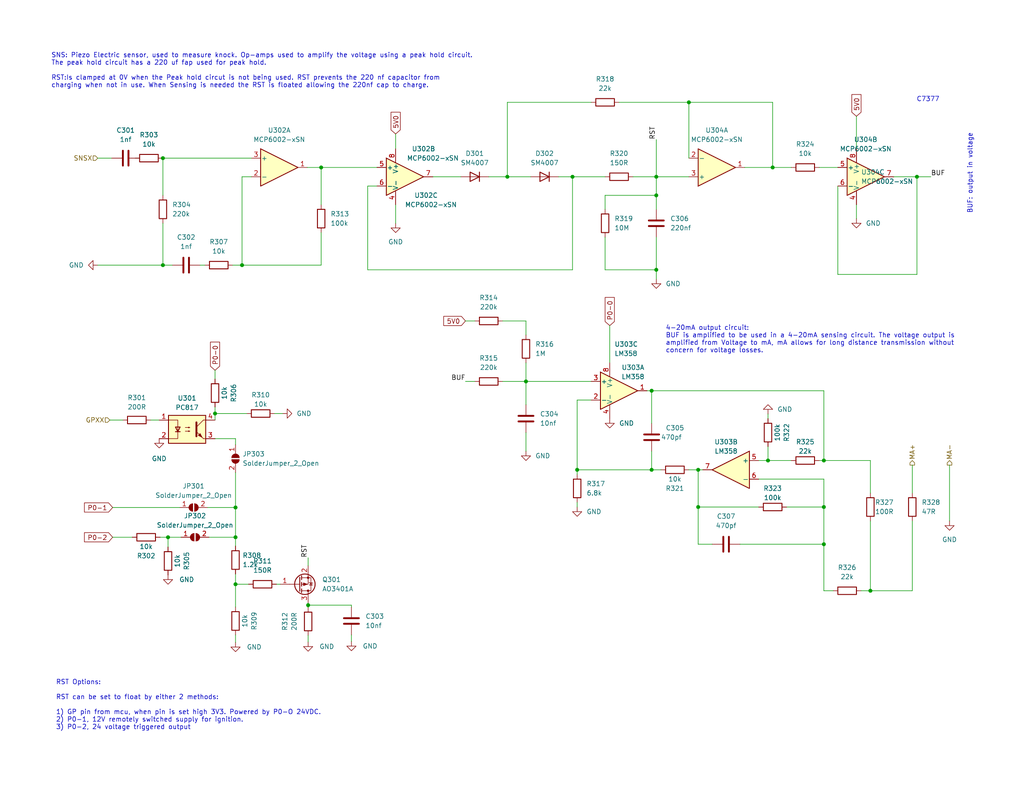
<source format=kicad_sch>
(kicad_sch (version 20211123) (generator eeschema)
  (paper "USLetter")
  (lib_symbols
    (symbol "Amplifier_Operational:LM358" (pin_names (offset 0.127))
      (property "Reference" "U" (at 0 5.08 0))
      (property "Value" "LM358" (at 0 -5.08 0))
      (symbol "LM358_1_1"
        (polyline (pts (xy -5.08 5.08) (xy 5.08 0) (xy -5.08 -5.08) (xy -5.08 5.08)) (stroke (width 0.254)) (fill (type background)))
        (pin output line (at 7.62 0 180) (length 2.54) (name "~") (number "1"))
        (pin input line (at -7.62 -2.54 0) (length 2.54) (name "-") (number "2"))
        (pin input line (at -7.62 2.54 0) (length 2.54) (name "+") (number "3"))
      )
      (symbol "LM358_2_1"
        (polyline (pts (xy -5.08 5.08) (xy 5.08 0) (xy -5.08 -5.08) (xy -5.08 5.08)) (stroke (width 0.254)) (fill (type background)))
        (pin input line (at -7.62 2.54 0) (length 2.54) (name "+") (number "5"))
        (pin input line (at -7.62 -2.54 0) (length 2.54) (name "-") (number "6"))
        (pin output line (at 7.62 0 180) (length 2.54) (name "~") (number "7"))
      )
      (symbol "LM358_3_1"
        (pin power_in line (at -2.54 -7.62 90) (length 3.81) (name "V-") (number "4"))
        (pin power_in line (at -2.54 7.62 270) (length 3.81) (name "V+") (number "8"))
      )
    )
    (symbol "Amplifier_Operational:MCP6002-xSN" (pin_names (offset 0.127))
      (property "Reference" "U" (at 0 5.08 0))
      (property "Value" "MCP6002-xSN" (at 0 -5.08 0))
      (symbol "MCP6002-xSN_1_1"
        (polyline (pts (xy -5.08 5.08) (xy 5.08 0) (xy -5.08 -5.08) (xy -5.08 5.08)) (stroke (width 0.254)) (fill (type background)))
        (pin output line (at 7.62 0 180) (length 2.54) (name "~") (number "1"))
        (pin input line (at -7.62 -2.54 0) (length 2.54) (name "-") (number "2"))
        (pin input line (at -7.62 2.54 0) (length 2.54) (name "+") (number "3"))
      )
      (symbol "MCP6002-xSN_2_1"
        (polyline (pts (xy -5.08 5.08) (xy 5.08 0) (xy -5.08 -5.08) (xy -5.08 5.08)) (stroke (width 0.254)) (fill (type background)))
        (pin input line (at -7.62 2.54 0) (length 2.54) (name "+") (number "5"))
        (pin input line (at -7.62 -2.54 0) (length 2.54) (name "-") (number "6"))
        (pin output line (at 7.62 0 180) (length 2.54) (name "~") (number "7"))
      )
      (symbol "MCP6002-xSN_3_1"
        (pin power_in line (at -2.54 -7.62 90) (length 3.81) (name "V-") (number "4"))
        (pin power_in line (at -2.54 7.62 270) (length 3.81) (name "V+") (number "8"))
      )
    )
    (symbol "Device:C" (pin_numbers hide) (pin_names (offset 0.254))
      (property "Reference" "C" (at 0.635 2.54 0))
      (property "Value" "C" (at 0.635 -2.54 0))
      (symbol "C_0_1"
        (polyline (pts (xy -2.032 -0.762) (xy 2.032 -0.762)) (stroke (width 0.508)))
        (polyline (pts (xy -2.032 0.762) (xy 2.032 0.762)) (stroke (width 0.508)))
      )
      (symbol "C_1_1"
        (pin passive line (at 0 3.81 270) (length 2.794) (name "~") (number "1"))
        (pin passive line (at 0 -3.81 90) (length 2.794) (name "~") (number "2"))
      )
    )
    (symbol "Device:R" (pin_numbers hide) (pin_names (offset 0))
      (property "Reference" "R" (at 2.032 0 90))
      (property "Value" "R" (at 0 0 90))
      (symbol "R_0_1"
        (rectangle (start -1.016 -2.54) (end 1.016 2.54) (stroke (width 0.254)))
      )
      (symbol "R_1_1"
        (pin passive line (at 0 3.81 270) (length 1.27) (name "~") (number "1"))
        (pin passive line (at 0 -3.81 90) (length 1.27) (name "~") (number "2"))
      )
    )
    (symbol "Diode:SM4007" (pin_numbers hide) (pin_names (offset 1.016) hide)
      (property "Reference" "D" (at 0 2.54 0))
      (property "Value" "SM4007" (at 0 -2.54 0))
      (symbol "SM4007_0_1"
        (polyline (pts (xy -1.27 1.27) (xy -1.27 -1.27)) (stroke (width 0.254)))
        (polyline (pts (xy 1.27 0) (xy -1.27 0)))
        (polyline (pts (xy 1.27 1.27) (xy 1.27 -1.27) (xy -1.27 0) (xy 1.27 1.27)) (stroke (width 0.254)))
      )
      (symbol "SM4007_1_1"
        (pin passive line (at -3.81 0 0) (length 2.54) (name "K") (number "1"))
        (pin passive line (at 3.81 0 180) (length 2.54) (name "A") (number "2"))
      )
    )
    (symbol "Isolator:PC817" (pin_names (offset 1.016))
      (property "Reference" "U" (at -5.08 5.08 0))
      (property "Value" "PC817" (at 0 5.08 0))
      (symbol "PC817_0_1"
        (rectangle (start -5.08 3.81) (end 5.08 -3.81) (stroke (width 0.254)) (fill (type background)))
        (polyline (pts (xy -3.175 -0.635) (xy -1.905 -0.635)) (stroke (width 0.254)))
        (polyline (pts (xy 2.54 0.635) (xy 4.445 2.54)))
        (polyline (pts (xy 4.445 -2.54) (xy 2.54 -0.635)) (fill (type outline)))
        (polyline (pts (xy 4.445 -2.54) (xy 5.08 -2.54)))
        (polyline (pts (xy 4.445 2.54) (xy 5.08 2.54)))
        (polyline (pts (xy -5.08 2.54) (xy -2.54 2.54) (xy -2.54 -0.635)))
        (polyline (pts (xy -2.54 -0.635) (xy -2.54 -2.54) (xy -5.08 -2.54)))
        (polyline (pts (xy 2.54 1.905) (xy 2.54 -1.905) (xy 2.54 -1.905)) (stroke (width 0.508)))
        (polyline (pts (xy -2.54 -0.635) (xy -3.175 0.635) (xy -1.905 0.635) (xy -2.54 -0.635)) (stroke (width 0.254)))
        (polyline (pts (xy -0.508 -0.508) (xy 0.762 -0.508) (xy 0.381 -0.635) (xy 0.381 -0.381) (xy 0.762 -0.508)))
        (polyline (pts (xy -0.508 0.508) (xy 0.762 0.508) (xy 0.381 0.381) (xy 0.381 0.635) (xy 0.762 0.508)))
        (polyline (pts (xy 3.048 -1.651) (xy 3.556 -1.143) (xy 4.064 -2.159) (xy 3.048 -1.651) (xy 3.048 -1.651)) (fill (type outline)))
      )
      (symbol "PC817_1_1"
        (pin passive line (at -7.62 2.54 0) (length 2.54) (name "~") (number "1"))
        (pin passive line (at -7.62 -2.54 0) (length 2.54) (name "~") (number "2"))
        (pin passive line (at 7.62 -2.54 180) (length 2.54) (name "~") (number "3"))
        (pin passive line (at 7.62 2.54 180) (length 2.54) (name "~") (number "4"))
      )
    )
    (symbol "Jumper:SolderJumper_2_Open" (pin_names (offset 0) hide)
      (property "Reference" "JP" (at 0 2.032 0))
      (property "Value" "SolderJumper_2_Open" (at 0 -2.54 0))
      (symbol "SolderJumper_2_Open_0_1"
        (arc (start -0.254 1.016) (mid -1.27 0) (end -0.254 -1.016))
        (arc (start -0.254 1.016) (mid -1.27 0) (end -0.254 -1.016) (fill (type outline)))
        (polyline (pts (xy -0.254 1.016) (xy -0.254 -1.016)))
        (polyline (pts (xy 0.254 1.016) (xy 0.254 -1.016)))
        (arc (start 0.254 -1.016) (mid 1.27 0) (end 0.254 1.016))
        (arc (start 0.254 -1.016) (mid 1.27 0) (end 0.254 1.016) (fill (type outline)))
      )
      (symbol "SolderJumper_2_Open_1_1"
        (pin passive line (at -3.81 0 0) (length 2.54) (name "A") (number "1"))
        (pin passive line (at 3.81 0 180) (length 2.54) (name "B") (number "2"))
      )
    )
    (symbol "Transistor_FET:AO3401A" (pin_names hide)
      (property "Reference" "Q" (at 5.08 1.905 0))
      (property "Value" "AO3401A" (at 5.08 0 0))
      (symbol "AO3401A_0_1"
        (polyline (pts (xy 0.254 0) (xy -2.54 0)))
        (polyline (pts (xy 0.254 1.905) (xy 0.254 -1.905)) (stroke (width 0.254)))
        (polyline (pts (xy 0.762 -1.27) (xy 0.762 -2.286)) (stroke (width 0.254)))
        (polyline (pts (xy 0.762 0.508) (xy 0.762 -0.508)) (stroke (width 0.254)))
        (polyline (pts (xy 0.762 2.286) (xy 0.762 1.27)) (stroke (width 0.254)))
        (polyline (pts (xy 2.54 2.54) (xy 2.54 1.778)))
        (polyline (pts (xy 2.54 -2.54) (xy 2.54 0) (xy 0.762 0)))
        (polyline (pts (xy 0.762 1.778) (xy 3.302 1.778) (xy 3.302 -1.778) (xy 0.762 -1.778)))
        (polyline (pts (xy 2.286 0) (xy 1.27 0.381) (xy 1.27 -0.381) (xy 2.286 0)) (fill (type outline)))
        (polyline (pts (xy 2.794 -0.508) (xy 2.921 -0.381) (xy 3.683 -0.381) (xy 3.81 -0.254)))
        (polyline (pts (xy 3.302 -0.381) (xy 2.921 0.254) (xy 3.683 0.254) (xy 3.302 -0.381)))
        (circle (center 1.651 0) (radius 2.794) (stroke (width 0.254)))
        (circle (center 2.54 -1.778) (radius 0.254) (fill (type outline)))
        (circle (center 2.54 1.778) (radius 0.254) (fill (type outline)))
      )
      (symbol "AO3401A_1_1"
        (pin input line (at -5.08 0 0) (length 2.54) (name "G") (number "1"))
        (pin passive line (at 2.54 -5.08 90) (length 2.54) (name "S") (number "2"))
        (pin passive line (at 2.54 5.08 270) (length 2.54) (name "D") (number "3"))
      )
    )
    (symbol "power:GND" (power) (pin_names (offset 0))
      (property "Value" "GND" (at 0 -3.81 0))
      (symbol "GND_0_1"
        (polyline (pts (xy 0 0) (xy 0 -1.27) (xy 1.27 -1.27) (xy 0 -2.54) (xy -1.27 -1.27) (xy 0 -1.27)))
      )
      (symbol "GND_1_1"
        (pin power_in line (at 0 0 270) (length 0) hide (name "GND") (number "1"))
      )
    )
  )
  (junction (at 45.847 146.685))
  (junction (at 209.55 125.73))
  (junction (at 224.79 148.59))
  (junction (at 224.79 138.43))
  (junction (at 138.43 48.26))
  (junction (at 157.48 128.27))
  (junction (at 64.262 159.512))
  (junction (at 250.19 48.26))
  (junction (at 64.262 138.557))
  (junction (at 87.63 45.72))
  (junction (at 177.8 128.27))
  (junction (at 210.82 45.72))
  (junction (at 66.04 72.39))
  (junction (at 187.96 27.94))
  (junction (at 179.07 73.66))
  (junction (at 156.21 48.26))
  (junction (at 179.07 53.34))
  (junction (at 58.674 112.903))
  (junction (at 190.5 138.43))
  (junction (at 44.45 43.18))
  (junction (at 84.074 165.227))
  (junction (at 143.51 104.14))
  (junction (at 44.45 72.39))
  (junction (at 190.5 128.27))
  (junction (at 224.79 125.73))
  (junction (at 64.262 146.685))
  (junction (at 237.49 161.29))
  (junction (at 177.8 106.68))
  (junction (at 179.07 48.26))
  (wire (pts (xy 228.6 50.8) (xy 228.6 74.93)))
  (wire (pts (xy 228.6 74.93) (xy 250.19 74.93)))
  (wire (pts (xy 133.35 48.26) (xy 138.43 48.26)))
  (wire (pts (xy 179.07 48.26) (xy 187.96 48.26)))
  (wire (pts (xy 187.96 27.94) (xy 187.96 43.18)))
  (wire (pts (xy 194.31 148.59) (xy 190.5 148.59)))
  (wire (pts (xy 127 87.63) (xy 129.54 87.63)))
  (wire (pts (xy 58.674 101.092) (xy 58.674 103.505)))
  (wire (pts (xy 250.19 48.26) (xy 254 48.26)))
  (wire (pts (xy 157.48 128.27) (xy 157.48 129.54)))
  (wire (pts (xy 84.074 165.227) (xy 84.074 165.862)))
  (wire (pts (xy 26.67 72.39) (xy 44.45 72.39)))
  (wire (pts (xy 64.262 129.032) (xy 64.262 138.557)))
  (wire (pts (xy 207.01 125.73) (xy 209.55 125.73)))
  (wire (pts (xy 87.63 63.5) (xy 87.63 72.39)))
  (wire (pts (xy 156.21 73.66) (xy 100.33 73.66)))
  (wire (pts (xy 64.262 159.512) (xy 64.262 165.735)))
  (wire (pts (xy 100.33 50.8) (xy 102.87 50.8)))
  (wire (pts (xy 58.674 112.903) (xy 67.31 112.903)))
  (wire (pts (xy 190.5 128.27) (xy 190.5 138.43)))
  (wire (pts (xy 190.5 138.43) (xy 207.01 138.43)))
  (wire (pts (xy 44.45 43.18) (xy 68.58 43.18)))
  (wire (pts (xy 64.262 156.718) (xy 64.262 159.512)))
  (wire (pts (xy 224.79 148.59) (xy 224.79 161.29)))
  (wire (pts (xy 179.07 64.77) (xy 179.07 73.66)))
  (wire (pts (xy 156.21 48.26) (xy 165.1 48.26)))
  (wire (pts (xy 102.87 45.72) (xy 87.63 45.72)))
  (wire (pts (xy 45.847 146.685) (xy 45.847 149.352)))
  (wire (pts (xy 66.04 72.39) (xy 87.63 72.39)))
  (wire (pts (xy 30.734 138.557) (xy 49.022 138.557)))
  (wire (pts (xy 138.43 27.94) (xy 138.43 48.26)))
  (wire (pts (xy 209.55 114.3) (xy 209.55 113.03)))
  (wire (pts (xy 157.48 109.22) (xy 157.48 128.27)))
  (wire (pts (xy 143.51 104.14) (xy 137.16 104.14)))
  (wire (pts (xy 224.79 130.81) (xy 224.79 138.43)))
  (wire (pts (xy 165.1 53.34) (xy 165.1 57.15)))
  (wire (pts (xy 95.885 173.355) (xy 95.885 175.133)))
  (wire (pts (xy 64.262 173.355) (xy 64.262 175.387)))
  (wire (pts (xy 179.07 73.66) (xy 179.07 76.2)))
  (wire (pts (xy 237.49 142.24) (xy 237.49 161.29)))
  (wire (pts (xy 64.262 146.685) (xy 64.262 149.098)))
  (wire (pts (xy 234.95 161.29) (xy 237.49 161.29)))
  (wire (pts (xy 209.55 121.92) (xy 209.55 125.73)))
  (wire (pts (xy 187.96 27.94) (xy 210.82 27.94)))
  (wire (pts (xy 248.92 127) (xy 248.92 134.62)))
  (wire (pts (xy 157.48 137.16) (xy 157.48 138.43)))
  (wire (pts (xy 176.53 106.68) (xy 177.8 106.68)))
  (wire (pts (xy 259.08 127) (xy 259.08 142.24)))
  (wire (pts (xy 224.79 106.68) (xy 224.79 125.73)))
  (wire (pts (xy 107.95 36.576) (xy 107.95 40.64)))
  (wire (pts (xy 210.82 27.94) (xy 210.82 45.72)))
  (wire (pts (xy 168.91 27.94) (xy 187.96 27.94)))
  (wire (pts (xy 138.43 48.26) (xy 144.78 48.26)))
  (wire (pts (xy 201.93 148.59) (xy 224.79 148.59)))
  (wire (pts (xy 156.21 48.26) (xy 156.21 73.66)))
  (wire (pts (xy 64.262 159.512) (xy 67.818 159.512)))
  (wire (pts (xy 30.734 146.685) (xy 36.068 146.685)))
  (wire (pts (xy 44.45 72.39) (xy 46.99 72.39)))
  (wire (pts (xy 165.1 53.34) (xy 179.07 53.34)))
  (wire (pts (xy 26.67 43.18) (xy 30.48 43.18)))
  (wire (pts (xy 63.5 72.39) (xy 66.04 72.39)))
  (wire (pts (xy 138.43 27.94) (xy 161.29 27.94)))
  (wire (pts (xy 118.11 48.26) (xy 125.73 48.26)))
  (wire (pts (xy 210.82 45.72) (xy 203.2 45.72)))
  (wire (pts (xy 64.262 138.557) (xy 64.262 146.685)))
  (wire (pts (xy 143.51 118.11) (xy 143.51 123.19)))
  (wire (pts (xy 29.972 114.681) (xy 33.528 114.681)))
  (wire (pts (xy 179.07 53.34) (xy 179.07 57.15)))
  (wire (pts (xy 224.79 138.43) (xy 224.79 148.59)))
  (wire (pts (xy 44.45 60.96) (xy 44.45 72.39)))
  (wire (pts (xy 165.1 73.66) (xy 179.07 73.66)))
  (wire (pts (xy 166.37 88.9) (xy 166.37 99.06)))
  (wire (pts (xy 209.55 125.73) (xy 215.9 125.73)))
  (wire (pts (xy 165.1 64.77) (xy 165.1 73.66)))
  (wire (pts (xy 68.58 48.26) (xy 66.04 48.26)))
  (wire (pts (xy 224.79 161.29) (xy 227.33 161.29)))
  (wire (pts (xy 177.8 128.27) (xy 180.34 128.27)))
  (wire (pts (xy 207.01 130.81) (xy 224.79 130.81)))
  (wire (pts (xy 143.51 87.63) (xy 143.51 91.44)))
  (wire (pts (xy 41.148 114.681) (xy 43.434 114.681)))
  (wire (pts (xy 177.8 106.68) (xy 177.8 115.57)))
  (wire (pts (xy 190.5 128.27) (xy 191.77 128.27)))
  (wire (pts (xy 107.95 55.88) (xy 107.95 60.96)))
  (wire (pts (xy 179.07 48.26) (xy 179.07 53.34)))
  (wire (pts (xy 157.48 128.27) (xy 177.8 128.27)))
  (wire (pts (xy 75.438 159.512) (xy 76.454 159.512)))
  (wire (pts (xy 58.674 111.125) (xy 58.674 112.903)))
  (wire (pts (xy 223.52 45.72) (xy 228.6 45.72)))
  (wire (pts (xy 84.074 165.227) (xy 95.885 165.227)))
  (wire (pts (xy 157.48 109.22) (xy 161.29 109.22)))
  (wire (pts (xy 224.79 125.73) (xy 237.49 125.73)))
  (wire (pts (xy 43.688 146.685) (xy 45.847 146.685)))
  (wire (pts (xy 84.074 164.592) (xy 84.074 165.227)))
  (wire (pts (xy 84.074 173.482) (xy 84.074 175.26)))
  (wire (pts (xy 45.847 146.685) (xy 49.403 146.685)))
  (wire (pts (xy 143.51 104.14) (xy 143.51 110.49)))
  (wire (pts (xy 95.885 165.735) (xy 95.885 165.227)))
  (wire (pts (xy 210.82 45.72) (xy 215.9 45.72)))
  (wire (pts (xy 66.04 48.26) (xy 66.04 72.39)))
  (wire (pts (xy 177.8 106.68) (xy 224.79 106.68)))
  (wire (pts (xy 38.1 43.18) (xy 36.83 43.18)))
  (wire (pts (xy 74.93 112.903) (xy 77.089 112.903)))
  (wire (pts (xy 143.51 104.14) (xy 161.29 104.14)))
  (wire (pts (xy 233.68 55.88) (xy 233.68 59.69)))
  (wire (pts (xy 64.262 121.412) (xy 64.262 119.761)))
  (wire (pts (xy 190.5 138.43) (xy 190.5 148.59)))
  (wire (pts (xy 248.92 142.24) (xy 248.92 161.29)))
  (wire (pts (xy 64.262 119.761) (xy 58.674 119.761)))
  (wire (pts (xy 100.33 50.8) (xy 100.33 73.66)))
  (wire (pts (xy 44.45 43.18) (xy 44.45 53.34)))
  (wire (pts (xy 58.674 112.903) (xy 58.674 114.681)))
  (wire (pts (xy 223.52 125.73) (xy 224.79 125.73)))
  (wire (pts (xy 127 104.14) (xy 129.54 104.14)))
  (wire (pts (xy 248.92 161.29) (xy 237.49 161.29)))
  (wire (pts (xy 187.96 128.27) (xy 190.5 128.27)))
  (wire (pts (xy 214.63 138.43) (xy 224.79 138.43)))
  (wire (pts (xy 250.19 48.26) (xy 250.19 74.93)))
  (wire (pts (xy 84.074 152.273) (xy 84.074 154.432)))
  (wire (pts (xy 143.51 99.06) (xy 143.51 104.14)))
  (wire (pts (xy 56.642 138.557) (xy 64.262 138.557)))
  (wire (pts (xy 179.07 38.1) (xy 179.07 48.26)))
  (wire (pts (xy 156.21 48.26) (xy 152.4 48.26)))
  (wire (pts (xy 137.16 87.63) (xy 143.51 87.63)))
  (wire (pts (xy 54.61 72.39) (xy 55.88 72.39)))
  (wire (pts (xy 64.262 146.685) (xy 57.023 146.685)))
  (wire (pts (xy 237.49 134.62) (xy 237.49 125.73)))
  (wire (pts (xy 87.63 45.72) (xy 87.63 55.88)))
  (wire (pts (xy 177.8 123.19) (xy 177.8 128.27)))
  (wire (pts (xy 250.19 48.26) (xy 243.84 48.26)))
  (wire (pts (xy 233.68 31.75) (xy 233.68 40.64)))
  (wire (pts (xy 83.82 45.72) (xy 87.63 45.72)))
  (wire (pts (xy 172.72 48.26) (xy 179.07 48.26)))
  (text "RST Options:\n\nRST can be set to float by either 2 methods:\n\n1) GP pin from mcu, when pin is set high 3V3. Powered by P0-O 24VDC.\n2) P0-1, 12V remotely switched supply for ignition.\n3) P0-2, 24 voltage triggered output" (at 15.24 199.39 0) (effects (font (size 1.27 1.27)) (justify left bottom)))
  (text "C7377" (at 250.063 27.94 0) (effects (font (size 1.27 1.27)) (justify left bottom)))
  (text "SNS: Piezo Electric sensor, used to measure knock. Op-amps used to amplify the voltage using a peak hold circuit.\nThe peak hold circuit has a 220 uf fap used for peak hold. \n\nRST:Is clamped at 0V when the Peak hold circut is not being used. RST prevents the 220 nf capacitor from \ncharging when not in use. When Sensing is needed the RST is floated allowing the 220nf cap to charge." (at 13.97 24.13 0) (effects (font (size 1.27 1.27)) (justify left bottom)))
  (text "4-20mA output circuit:\nBUF is amplified to be used in a 4-20mA sensing circuit. The voltage output is \namplified from Voltage to mA, mA allows for long distance transmission without \nconcern for voltage losses." (at 181.61 96.52 0) (effects (font (size 1.27 1.27)) (justify left bottom)))
  (text "BUF: output in voltage" (at 265.43 58.42 90) (effects (font (size 1.27 1.27)) (justify left bottom)))
  (label "BUF" (at 254 48.26 0))
  (label "BUF" (at 127 104.14 180))
  (label "RST" (at 84.074 152.273 90))
  (label "RST" (at 179.07 38.1 90))
  (global_label "P0-1" (shape input) (at 30.734 138.557 180) (property "Intersheet References" "${INTERSHEET_REFS}" (effects hide)))
  (global_label "P0-2" (shape input) (at 30.734 146.685 180) (property "Intersheet References" "${INTERSHEET_REFS}" (effects hide)))
  (global_label "5V0" (shape input) (at 127 87.63 180) (property "Intersheet References" "${INTERSHEET_REFS}" (effects hide)))
  (global_label "P0-0" (shape input) (at 58.674 101.092 90) (property "Intersheet References" "${INTERSHEET_REFS}" (effects hide)))
  (global_label "5V0" (shape input) (at 107.95 36.576 90) (property "Intersheet References" "${INTERSHEET_REFS}" (effects hide)))
  (global_label "P0-0" (shape input) (at 166.37 88.9 90) (property "Intersheet References" "${INTERSHEET_REFS}" (effects hide)))
  (global_label "5V0" (shape input) (at 233.68 31.75 90) (property "Intersheet References" "${INTERSHEET_REFS}" (effects hide)))
  (hierarchical_label "GPXX" (shape input) (at 29.972 114.681 180))
  (hierarchical_label "SNSX" (shape input) (at 26.67 43.18 180))
  (hierarchical_label "MA-" (shape output) (at 259.08 127 90))
  (hierarchical_label "MA+" (shape output) (at 248.92 127 90))
  (symbol (lib_id "Device:C") (at 95.885 169.545 180) (unit 1)
    (property "Reference" "C303" (at 99.695 168.2749 0) (effects (justify right)))
    (property "Value" "10nf" (at 99.695 170.8149 0) (effects (justify right)))
    (property "Footprint" "Footprints:C_0402_1005Metric" (effects hide))
    (property "LCSC" "C15195" (effects hide))
  )
  (symbol (lib_id "power:GND") (at 43.434 119.761 0) (unit 1)
    (property "Reference" "#PWR0302" (effects hide))
    (property "Value" "GND" (at 43.434 125.222 0))
  )
  (symbol (lib_id "Device:R") (at 231.14 161.29 90) (unit 1)
    (property "Reference" "R326" (at 231.14 154.94 90))
    (property "Value" "22k" (at 231.14 157.48 90))
    (property "Footprint" "Footprints:R_01005_0402Metric" (effects hide))
    (property "LCSC" "C25744" (effects hide))
  )
  (symbol (lib_id "Device:R") (at 40.64 43.18 270) (unit 1)
    (property "Reference" "R303" (at 40.64 36.83 90))
    (property "Value" "10k" (at 40.64 39.37 90))
    (property "Footprint" "Footprints:R_0402_1005Metric" (effects hide))
    (property "LCSC" "C25744" (effects hide))
  )
  (symbol (lib_id "Amplifier_Operational:MCP6002-xSN") (at 236.22 48.26 0) (unit 3)
    (property "Reference" "U304" (at 234.95 46.9899 0) (effects (justify left)))
    (property "Value" "MCP6002-xSN" (at 234.95 49.5299 0) (effects (justify left)))
    (property "Footprint" "Footprints:SOIC-8_3.9x4.9mm_P1.27mm" (effects hide))
    (property "Datasheet" "http://ww1.microchip.com/downloads/en/DeviceDoc/21733j.pdf" (effects hide))
    (property "LCSC" "C7377" (effects hide))
  )
  (symbol (lib_id "Diode:SM4007") (at 148.59 48.26 180) (unit 1)
    (property "Reference" "D302" (at 148.59 41.91 0))
    (property "Value" "SM4007" (at 148.59 44.45 0))
    (property "Footprint" "Diode_SMD:D_MELF" (effects hide))
    (property "Datasheet" "http://cdn-reichelt.de/documents/datenblatt/A400/SMD1N400%23DIO.pdf" (effects hide))
    (property "LCSC" "C64898" (effects hide))
  )
  (symbol (lib_id "Device:R") (at 71.628 159.512 90) (unit 1)
    (property "Reference" "R311" (at 71.628 153.162 90))
    (property "Value" "150R" (at 71.628 155.702 90))
    (property "Footprint" "Footprints:R_0603_1608Metric" (effects hide))
    (property "LCSC" "C22808" (effects hide))
  )
  (symbol (lib_id "power:GND") (at 64.262 175.387 0) (unit 1)
    (property "Reference" "#PWR0304" (effects hide))
    (property "Value" "GND" (at 67.31 176.6569 0) (effects (justify left)))
  )
  (symbol (lib_id "Amplifier_Operational:LM358") (at 199.39 128.27 0) (mirror y) (unit 2)
    (property "Reference" "U303" (at 198.12 120.65 0))
    (property "Value" "LM358" (at 198.12 123.19 0))
    (property "Footprint" "Footprints:SOIC-8_3.9x4.9mm_P1.27mm" (effects hide))
    (property "Datasheet" "http://www.ti.com/lit/ds/symlink/lm2904-n.pdf" (effects hide))
    (property "LCSC" "C7950" (effects hide))
  )
  (symbol (lib_id "power:GND") (at 95.885 175.133 0) (unit 1)
    (property "Reference" "#PWR0307" (effects hide))
    (property "Value" "GND" (at 98.933 176.4029 0) (effects (justify left)))
  )
  (symbol (lib_id "Device:C") (at 198.12 148.59 270) (mirror x) (unit 1)
    (property "Reference" "C307" (at 198.12 140.97 90))
    (property "Value" "470pf" (at 198.12 143.51 90))
    (property "Footprint" "Footprints:C_0603_1608Metric" (effects hide))
    (property "LCSC" "C1620" (effects hide))
  )
  (symbol (lib_id "Device:R") (at 59.69 72.39 90) (unit 1)
    (property "Reference" "R307" (at 59.69 66.04 90))
    (property "Value" "10k" (at 59.69 68.58 90))
    (property "Footprint" "Footprints:R_0402_1005Metric" (effects hide))
    (property "LCSC" "C25744" (effects hide))
  )
  (symbol (lib_id "Device:R") (at 64.262 169.545 0) (mirror x) (unit 1)
    (property "Reference" "R309" (at 69.342 169.545 90))
    (property "Value" "10k" (at 66.802 169.545 90))
    (property "Footprint" "Footprints:R_0402_1005Metric" (effects hide))
    (property "LCSC" "C25744" (effects hide))
  )
  (symbol (lib_id "power:GND") (at 77.089 112.903 90) (unit 1)
    (property "Reference" "#PWR0305" (effects hide))
    (property "Value" "GND" (at 80.899 112.9029 90) (effects (justify right)))
  )
  (symbol (lib_id "Isolator:PC817") (at 51.054 117.221 0) (unit 1)
    (property "Reference" "U301" (at 51.054 108.712 0))
    (property "Value" "PC817" (at 51.054 111.252 0))
    (property "Footprint" "Package_DIP:DIP-4_W7.62mm" (effects hide))
    (property "Datasheet" "http://www.soselectronic.cz/a_info/resource/d/pc817.pdf" (effects hide))
    (property "LCSC" "C169111" (effects hide))
  )
  (symbol (lib_id "Device:R") (at 71.12 112.903 270) (mirror x) (unit 1)
    (property "Reference" "R310" (at 71.12 107.823 90))
    (property "Value" "10k" (at 71.12 110.363 90))
    (property "Footprint" "Footprints:R_0402_1005Metric" (effects hide))
    (property "LCSC" "C25744" (effects hide))
  )
  (symbol (lib_id "Device:R") (at 184.15 128.27 90) (mirror x) (unit 1)
    (property "Reference" "R321" (at 184.15 133.35 90))
    (property "Value" "10k" (at 184.15 130.81 90))
    (property "Footprint" "Footprints:R_0402_1005Metric" (effects hide))
    (property "LCSC" "C25744" (effects hide))
  )
  (symbol (lib_id "power:GND") (at 143.51 123.19 0) (unit 1)
    (property "Reference" "#PWR0309" (effects hide))
    (property "Value" "GND" (at 146.05 124.4599 0) (effects (justify left)))
  )
  (symbol (lib_id "Device:R") (at 237.49 138.43 0) (unit 1)
    (property "Reference" "R327" (at 241.3 137.16 0))
    (property "Value" "100R" (at 241.3 139.7 0))
    (property "Footprint" "Footprints:R_0603_1608Metric" (effects hide))
    (property "LCSC" "C22775" (effects hide))
  )
  (symbol (lib_id "Device:R") (at 209.55 118.11 0) (unit 1)
    (property "Reference" "R322" (at 214.63 118.11 90))
    (property "Value" "100k" (at 212.09 118.11 90))
    (property "Footprint" "Footprints:R_0402_1005Metric" (effects hide))
    (property "LCSC" "C25741" (effects hide))
  )
  (symbol (lib_id "power:GND") (at 233.68 59.69 0) (unit 1)
    (property "Reference" "#PWR0314" (effects hide))
    (property "Value" "GND" (at 236.22 60.9599 0) (effects (justify left)))
  )
  (symbol (lib_id "Device:R") (at 219.71 125.73 270) (unit 1)
    (property "Reference" "R325" (at 219.71 120.65 90))
    (property "Value" "22k" (at 219.71 123.19 90))
    (property "Footprint" "Footprints:R_0402_1005Metric" (effects hide))
    (property "LCSC" "C25768" (effects hide))
  )
  (symbol (lib_id "Device:R") (at 44.45 57.15 180) (unit 1)
    (property "Reference" "R304" (at 46.99 55.8799 0) (effects (justify right)))
    (property "Value" "220k" (at 46.99 58.4199 0) (effects (justify right)))
    (property "Footprint" "Footprints:R_0402_1005Metric" (effects hide))
    (property "LCSC" "C25744" (effects hide))
  )
  (symbol (lib_id "Amplifier_Operational:MCP6002-xSN") (at 195.58 45.72 0) (mirror x) (unit 1)
    (property "Reference" "U304" (at 195.58 35.56 0))
    (property "Value" "MCP6002-xSN" (at 195.58 38.1 0))
    (property "Footprint" "Footprints:SOIC-8_3.9x4.9mm_P1.27mm" (effects hide))
    (property "Datasheet" "http://ww1.microchip.com/downloads/en/DeviceDoc/21733j.pdf" (effects hide))
    (property "LCSC" "C7377" (effects hide))
  )
  (symbol (lib_id "Device:R") (at 143.51 95.25 180) (unit 1)
    (property "Reference" "R316" (at 146.05 93.9799 0) (effects (justify right)))
    (property "Value" "1M" (at 146.05 96.5199 0) (effects (justify right)))
    (property "Footprint" "Footprints:R_0402_1005Metric" (effects hide))
    (property "LCSC" "C26083" (effects hide))
  )
  (symbol (lib_id "Amplifier_Operational:MCP6002-xSN") (at 76.2 45.72 0) (unit 1)
    (property "Reference" "U302" (at 76.2 35.56 0))
    (property "Value" "MCP6002-xSN" (at 76.2 38.1 0))
    (property "Footprint" "Footprints:SOIC-8_3.9x4.9mm_P1.27mm" (effects hide))
    (property "Datasheet" "http://ww1.microchip.com/downloads/en/DeviceDoc/21733j.pdf" (effects hide))
    (property "LCSC" "C7377" (effects hide))
  )
  (symbol (lib_id "power:GND") (at 259.08 142.24 0) (unit 1)
    (property "Reference" "#PWR0315" (effects hide))
    (property "Value" "GND" (at 259.08 147.32 0))
  )
  (symbol (lib_id "Device:C") (at 179.07 60.96 180) (unit 1)
    (property "Reference" "C306" (at 182.88 59.6899 0) (effects (justify right)))
    (property "Value" "220nf" (at 182.88 62.2299 0) (effects (justify right)))
    (property "Footprint" "Footprints:C_Rect_L7.0mm_W2.0mm_P5.00mm" (effects hide))
    (property "LCSC" "C393118" (effects hide))
  )
  (symbol (lib_id "Device:R") (at 168.91 48.26 90) (unit 1)
    (property "Reference" "R320" (at 168.91 41.91 90))
    (property "Value" "150R" (at 168.91 44.45 90))
    (property "Footprint" "Footprints:R_0603_1608Metric" (effects hide))
    (property "LCSC" "C22808" (effects hide))
  )
  (symbol (lib_id "Jumper:SolderJumper_2_Open") (at 53.213 146.685 0) (unit 1)
    (property "Reference" "JP302" (at 53.213 140.843 0))
    (property "Value" "SolderJumper_2_Open" (at 53.213 143.383 0))
    (property "Footprint" "Footprints:SolderJumper-2_P1.3mm_Open_RoundedPad1.0x1.5mm" (effects hide))
  )
  (symbol (lib_id "Amplifier_Operational:LM358") (at 168.91 106.68 0) (unit 3)
    (property "Reference" "U303" (at 167.64 93.98 0) (effects (justify left)))
    (property "Value" "LM358" (at 167.64 96.52 0) (effects (justify left)))
    (property "Footprint" "Footprints:SOIC-8_3.9x4.9mm_P1.27mm" (effects hide))
    (property "Datasheet" "http://www.ti.com/lit/ds/symlink/lm2904-n.pdf" (effects hide))
    (property "LCSC" "C7950" (effects hide))
  )
  (symbol (lib_id "power:GND") (at 107.95 60.96 0) (mirror y) (unit 1)
    (property "Reference" "#PWR0308" (effects hide))
    (property "Value" "GND" (at 107.95 66.04 0))
  )
  (symbol (lib_id "power:GND") (at 157.48 138.43 0) (unit 1)
    (property "Reference" "#PWR0310" (effects hide))
    (property "Value" "GND" (at 160.02 139.6999 0) (effects (justify left)))
  )
  (symbol (lib_id "power:GND") (at 166.37 114.3 0) (unit 1)
    (property "Reference" "#PWR0311" (effects hide))
    (property "Value" "GND" (at 168.91 115.5699 0) (effects (justify left)))
  )
  (symbol (lib_id "Transistor_FET:AO3401A") (at 81.534 159.512 0) (mirror x) (unit 1)
    (property "Reference" "Q301" (at 87.884 158.2419 0) (effects (justify left)))
    (property "Value" "AO3401A" (at 87.884 160.7819 0) (effects (justify left)))
    (property "Footprint" "Package_TO_SOT_SMD:SOT-23" (effects hide))
    (property "Datasheet" "http://www.aosmd.com/pdfs/datasheet/AO3401A.pdf" (effects hide))
    (property "LCSC" "C15127" (effects hide))
  )
  (symbol (lib_id "Amplifier_Operational:MCP6002-xSN") (at 110.49 48.26 0) (unit 3)
    (property "Reference" "U302" (at 113.03 53.34 0) (effects (justify left)))
    (property "Value" "MCP6002-xSN" (at 110.49 55.88 0) (effects (justify left)))
    (property "Footprint" "Footprints:SOIC-8_3.9x4.9mm_P1.27mm" (effects hide))
    (property "Datasheet" "http://ww1.microchip.com/downloads/en/DeviceDoc/21733j.pdf" (effects hide))
    (property "LCSC" "C7377" (effects hide))
  )
  (symbol (lib_id "Device:R") (at 165.1 60.96 0) (unit 1)
    (property "Reference" "R319" (at 167.64 59.6899 0) (effects (justify left)))
    (property "Value" "10M" (at 167.64 62.2299 0) (effects (justify left)))
    (property "Footprint" "Footprints:R_0402_1005Metric" (effects hide))
    (property "LCSC" "C26082" (effects hide))
  )
  (symbol (lib_id "Device:R") (at 84.074 169.672 0) (unit 1)
    (property "Reference" "R312" (at 77.724 169.672 90))
    (property "Value" "200R" (at 80.264 169.672 90))
    (property "Footprint" "Footprints:R_0402_1005Metric" (effects hide))
    (property "LCSC" "C25087" (effects hide))
  )
  (symbol (lib_id "power:GND") (at 45.847 156.972 0) (unit 1)
    (property "Reference" "#PWR0303" (effects hide))
    (property "Value" "GND" (at 48.895 158.2419 0) (effects (justify left)))
  )
  (symbol (lib_id "Device:R") (at 133.35 87.63 90) (unit 1)
    (property "Reference" "R314" (at 133.35 81.28 90))
    (property "Value" "220k" (at 133.35 83.82 90))
    (property "Footprint" "Footprints:R_0402_1005Metric" (effects hide))
    (property "LCSC" "C25744" (effects hide))
  )
  (symbol (lib_id "Device:R") (at 64.262 152.908 180) (unit 1)
    (property "Reference" "R308" (at 66.167 151.6379 0) (effects (justify right)))
    (property "Value" "1.2k" (at 66.167 154.1779 0) (effects (justify right)))
    (property "Footprint" "Footprints:R_0402_1005Metric" (effects hide))
    (property "LCSC" "C25862" (effects hide))
  )
  (symbol (lib_id "Jumper:SolderJumper_2_Open") (at 64.262 125.222 270) (unit 1)
    (property "Reference" "JP303" (at 66.167 123.9519 90) (effects (justify left)))
    (property "Value" "SolderJumper_2_Open" (at 66.167 126.4919 90) (effects (justify left)))
    (property "Footprint" "Footprints:SolderJumper-2_P1.3mm_Open_RoundedPad1.0x1.5mm" (effects hide))
  )
  (symbol (lib_id "Device:R") (at 45.847 153.162 0) (mirror x) (unit 1)
    (property "Reference" "R305" (at 50.927 153.162 90))
    (property "Value" "10k" (at 48.387 153.162 90))
    (property "Footprint" "Footprints:R_0402_1005Metric" (effects hide))
    (property "LCSC" "C25744" (effects hide))
  )
  (symbol (lib_id "power:GND") (at 209.55 113.03 180) (unit 1)
    (property "Reference" "#PWR0313" (effects hide))
    (property "Value" "GND" (at 212.09 111.7599 0) (effects (justify right)))
  )
  (symbol (lib_id "Device:C") (at 177.8 119.38 0) (unit 1)
    (property "Reference" "C305" (at 181.61 116.84 0) (effects (justify left)))
    (property "Value" "470pf" (at 180.34 119.38 0) (effects (justify left)))
    (property "Footprint" "Footprints:C_0603_1608Metric" (effects hide))
    (property "LCSC" "C1620" (effects hide))
  )
  (symbol (lib_id "power:GND") (at 26.67 72.39 270) (unit 1)
    (property "Reference" "#PWR0301" (effects hide))
    (property "Value" "GND" (at 22.86 72.3899 90) (effects (justify right)))
  )
  (symbol (lib_id "Diode:SM4007") (at 129.54 48.26 180) (unit 1)
    (property "Reference" "D301" (at 129.54 41.91 0))
    (property "Value" "SM4007" (at 129.54 44.45 0))
    (property "Footprint" "Diode_SMD:D_MELF" (effects hide))
    (property "Datasheet" "http://cdn-reichelt.de/documents/datenblatt/A400/SMD1N400%23DIO.pdf" (effects hide))
    (property "LCSC" "C64898" (effects hide))
  )
  (symbol (lib_id "Device:C") (at 50.8 72.39 90) (unit 1)
    (property "Reference" "C302" (at 50.8 64.77 90))
    (property "Value" "1nf" (at 50.8 67.31 90))
    (property "Footprint" "Footprints:C_0402_1005Metric" (effects hide))
    (property "LCSC" "C1523" (effects hide))
  )
  (symbol (lib_id "Device:R") (at 219.71 45.72 90) (unit 1)
    (property "Reference" "R324" (at 219.71 39.37 90))
    (property "Value" "10k" (at 219.71 41.91 90))
    (property "Footprint" "Footprints:R_0402_1005Metric" (effects hide))
    (property "LCSC" "C25744" (effects hide))
  )
  (symbol (lib_id "Amplifier_Operational:MCP6002-xSN") (at 236.22 48.26 0) (unit 2)
    (property "Reference" "U304" (at 236.22 38.1 0))
    (property "Value" "MCP6002-xSN" (at 236.22 40.64 0))
    (property "Footprint" "Footprints:SOIC-8_3.9x4.9mm_P1.27mm" (effects hide))
    (property "Datasheet" "http://ww1.microchip.com/downloads/en/DeviceDoc/21733j.pdf" (effects hide))
    (property "LCSC" "C7377" (effects hide))
  )
  (symbol (lib_id "Amplifier_Operational:LM358") (at 168.91 106.68 0) (unit 1)
    (property "Reference" "U303" (at 172.72 100.33 0))
    (property "Value" "LM358" (at 172.72 102.87 0))
    (property "Footprint" "Footprints:SOIC-8_3.9x4.9mm_P1.27mm" (effects hide))
    (property "Datasheet" "http://www.ti.com/lit/ds/symlink/lm2904-n.pdf" (effects hide))
    (property "LCSC" "C7950" (effects hide))
  )
  (symbol (lib_id "Device:R") (at 37.338 114.681 90) (unit 1)
    (property "Reference" "R301" (at 37.338 108.585 90))
    (property "Value" "200R" (at 37.338 111.125 90))
    (property "Footprint" "Footprints:R_0402_1005Metric" (effects hide))
    (property "LCSC" "C25087" (effects hide))
  )
  (symbol (lib_id "Device:R") (at 248.92 138.43 180) (unit 1)
    (property "Reference" "R328" (at 251.46 137.1599 0) (effects (justify right)))
    (property "Value" "47R" (at 251.46 139.6999 0) (effects (justify right)))
    (property "Footprint" "Footprints:R_0402_1005Metric" (effects hide))
    (property "LCSC" "C25118" (effects hide))
  )
  (symbol (lib_id "Device:R") (at 157.48 133.35 180) (unit 1)
    (property "Reference" "R317" (at 160.02 132.0799 0) (effects (justify right)))
    (property "Value" "6.8k" (at 160.02 134.6199 0) (effects (justify right)))
    (property "Footprint" "Footprints:R_0402_1005Metric" (effects hide))
    (property "LCSC" "C25917" (effects hide))
  )
  (symbol (lib_id "Amplifier_Operational:MCP6002-xSN") (at 110.49 48.26 0) (unit 2)
    (property "Reference" "U302" (at 115.57 40.64 0))
    (property "Value" "MCP6002-xSN" (at 118.11 43.18 0))
    (property "Footprint" "Footprints:SOIC-8_3.9x4.9mm_P1.27mm" (effects hide))
    (property "Datasheet" "http://ww1.microchip.com/downloads/en/DeviceDoc/21733j.pdf" (effects hide))
    (property "LCSC" "C7377" (effects hide))
  )
  (symbol (lib_id "Device:C") (at 143.51 114.3 180) (unit 1)
    (property "Reference" "C304" (at 147.32 113.0299 0) (effects (justify right)))
    (property "Value" "10nf" (at 147.32 115.5699 0) (effects (justify right)))
    (property "Footprint" "Footprints:C_0402_1005Metric" (effects hide))
    (property "LCSC" "C15195" (effects hide))
  )
  (symbol (lib_id "Device:R") (at 39.878 146.685 90) (mirror x) (unit 1)
    (property "Reference" "R302" (at 39.878 151.765 90))
    (property "Value" "10k" (at 39.878 149.225 90))
    (property "Footprint" "Footprints:R_0402_1005Metric" (effects hide))
    (property "LCSC" "C25744" (effects hide))
  )
  (symbol (lib_id "Device:R") (at 210.82 138.43 90) (unit 1)
    (property "Reference" "R323" (at 210.82 133.35 90))
    (property "Value" "100k" (at 210.82 135.89 90))
    (property "Footprint" "Footprints:R_0402_1005Metric" (effects hide))
    (property "LCSC" "C25741" (effects hide))
  )
  (symbol (lib_id "Jumper:SolderJumper_2_Open") (at 52.832 138.557 0) (unit 1)
    (property "Reference" "JP301" (at 52.832 132.715 0))
    (property "Value" "SolderJumper_2_Open" (at 52.832 135.255 0))
    (property "Footprint" "Footprints:SolderJumper-2_P1.3mm_Open_RoundedPad1.0x1.5mm" (effects hide))
  )
  (symbol (lib_id "power:GND") (at 179.07 76.2 0) (unit 1)
    (property "Reference" "#PWR0312" (effects hide))
    (property "Value" "GND" (at 181.61 77.4699 0) (effects (justify left)))
  )
  (symbol (lib_id "Device:R") (at 58.674 107.315 0) (mirror x) (unit 1)
    (property "Reference" "R306" (at 63.754 107.315 90))
    (property "Value" "10k" (at 61.214 107.315 90))
    (property "Footprint" "Footprints:R_0402_1005Metric" (effects hide))
    (property "LCSC" "C25744" (effects hide))
  )
  (symbol (lib_id "Device:R") (at 87.63 59.69 180) (unit 1)
    (property "Reference" "R313" (at 90.17 58.4199 0) (effects (justify right)))
    (property "Value" "100k" (at 90.17 60.9599 0) (effects (justify right)))
    (property "Footprint" "Footprints:R_0402_1005Metric" (effects hide))
    (property "LCSC" "C25741" (effects hide))
  )
  (symbol (lib_id "power:GND") (at 84.074 175.26 0) (unit 1)
    (property "Reference" "#PWR0306" (effects hide))
    (property "Value" "GND" (at 87.122 176.5299 0) (effects (justify left)))
  )
  (symbol (lib_id "Device:R") (at 133.35 104.14 90) (unit 1)
    (property "Reference" "R315" (at 133.35 97.79 90))
    (property "Value" "220k" (at 133.35 100.33 90))
    (property "Footprint" "Footprints:R_0402_1005Metric" (effects hide))
    (property "LCSC" "C25744" (effects hide))
  )
  (symbol (lib_id "Device:R") (at 165.1 27.94 90) (unit 1)
    (property "Reference" "R318" (at 165.1 21.59 90))
    (property "Value" "22k" (at 165.1 24.13 90))
    (property "Footprint" "Footprints:R_0402_1005Metric" (effects hide))
    (property "LCSC" "C25768" (effects hide))
  )
  (symbol (lib_id "Device:C") (at 34.29 43.18 90) (unit 1)
    (property "Reference" "C301" (at 34.29 35.56 90))
    (property "Value" "1nf" (at 34.29 38.1 90))
    (property "Footprint" "Footprints:C_0402_1005Metric" (effects hide))
    (property "LCSC" "C1523" (effects hide))
  )
)
</source>
